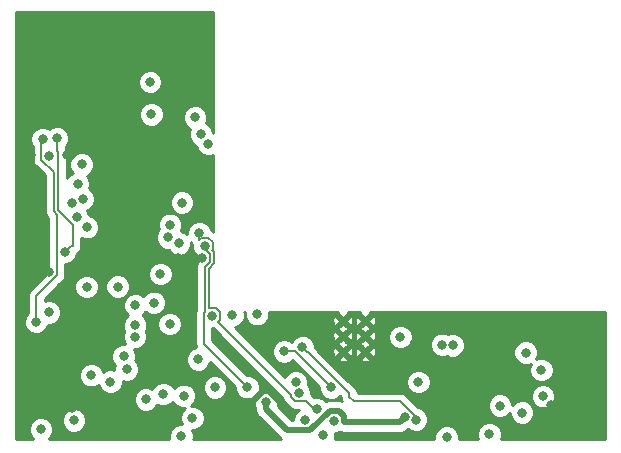
<source format=gbr>
G04 #@! TF.GenerationSoftware,KiCad,Pcbnew,(5.0.1)-3*
G04 #@! TF.CreationDate,2019-11-22T16:36:38-05:00*
G04 #@! TF.ProjectId,SmartWatch,536D61727457617463682E6B69636164,rev?*
G04 #@! TF.SameCoordinates,Original*
G04 #@! TF.FileFunction,Copper,L3,Inr,Signal*
G04 #@! TF.FilePolarity,Positive*
%FSLAX46Y46*%
G04 Gerber Fmt 4.6, Leading zero omitted, Abs format (unit mm)*
G04 Created by KiCad (PCBNEW (5.0.1)-3) date 11/22/2019 4:36:38 PM*
%MOMM*%
%LPD*%
G01*
G04 APERTURE LIST*
G04 #@! TA.AperFunction,ViaPad*
%ADD10C,0.500000*%
G04 #@! TD*
G04 #@! TA.AperFunction,ViaPad*
%ADD11C,0.800000*%
G04 #@! TD*
G04 #@! TA.AperFunction,Conductor*
%ADD12C,0.500000*%
G04 #@! TD*
G04 #@! TA.AperFunction,Conductor*
%ADD13C,0.150000*%
G04 #@! TD*
G04 #@! TA.AperFunction,Conductor*
%ADD14C,0.254000*%
G04 #@! TD*
G04 APERTURE END LIST*
D10*
G04 #@! TO.N,GND*
G04 #@! TO.C,U1*
X215178600Y-108234000D03*
X213268600Y-108234000D03*
X215178600Y-106934000D03*
X213268600Y-106934000D03*
X215178600Y-105634000D03*
X213268600Y-105634000D03*
G04 #@! TD*
D11*
G04 #@! TO.N,BAT+*
X198602600Y-105887520D03*
G04 #@! TO.N,GND*
X197205600Y-95199200D03*
X197205600Y-93675200D03*
X197205600Y-92354400D03*
X230880998Y-112776000D03*
X230632000Y-114960400D03*
X225806000Y-106730800D03*
X225806000Y-105562400D03*
X225806000Y-107950000D03*
X199339200Y-100279200D03*
X200355200Y-100279200D03*
X201335200Y-100279200D03*
X209854800Y-106273600D03*
X208838800Y-106288800D03*
X219659200Y-112318800D03*
X208635600Y-113233200D03*
X192176400Y-106426000D03*
X190347600Y-112979200D03*
X192278000Y-114096800D03*
X186842400Y-91541600D03*
X189941200Y-91592400D03*
X194287041Y-87951641D03*
X191516000Y-85242400D03*
X221691200Y-106070400D03*
X222554800Y-106070400D03*
X199034400Y-107238800D03*
X188366400Y-101447600D03*
X186436000Y-99314000D03*
X205282800Y-113792000D03*
G04 #@! TO.N,Net-(C7-Pad1)*
X202438000Y-111252000D03*
G04 #@! TO.N,SW2*
X228447600Y-113385600D03*
X202174990Y-105224002D03*
X209850756Y-107854960D03*
X203911200Y-105156000D03*
X219472978Y-113979963D03*
G04 #@! TO.N,SW0*
X209296000Y-110794800D03*
X201559800Y-99304748D03*
X205181200Y-111244808D03*
G04 #@! TO.N,SW1*
X219659200Y-110794800D03*
X201117200Y-98196400D03*
X211048600Y-113111280D03*
G04 #@! TO.N,/LCD_CS*
X199644000Y-95605600D03*
G04 #@! TO.N,/LCD_SCK*
X199390000Y-99060000D03*
G04 #@! TO.N,/LCD_SDA*
X198454200Y-98552000D03*
G04 #@! TO.N,/LCD_RST*
X191159414Y-92383588D03*
G04 #@! TO.N,/LCD_A0*
X190754000Y-96843998D03*
G04 #@! TO.N,/LCD_LED*
X194208400Y-102717600D03*
G04 #@! TO.N,UV_LO*
X218135200Y-106984800D03*
X205994000Y-105054400D03*
G04 #@! TO.N,VUSB*
X201015600Y-108894789D03*
G04 #@! TO.N,+3V3*
X218490800Y-113792000D03*
X226568000Y-112789810D03*
X194716400Y-108610400D03*
X197256400Y-104089200D03*
X197815200Y-101650800D03*
X198628000Y-97485200D03*
X188417200Y-91643200D03*
X191608398Y-97688400D03*
X196951600Y-85394800D03*
X200761600Y-88392000D03*
X191262000Y-95300800D03*
X221691200Y-107645200D03*
X222554800Y-107696000D03*
X206756000Y-112522000D03*
X196596000Y-112268000D03*
G04 #@! TO.N,Net-(R19-Pad2)*
X198069200Y-111810800D03*
G04 #@! TO.N,Net-(C6-Pad1)*
X193592000Y-110768000D03*
G04 #@! TO.N,Net-(D3-Pad1)*
X230075572Y-109786010D03*
G04 #@! TO.N,Net-(D4-Pad1)*
X230209762Y-112002571D03*
G04 #@! TO.N,Net-(D1-Pad1)*
X228752400Y-108305600D03*
G04 #@! TO.N,/ESP32 Pico D4/USB_DP*
X225679000Y-115214400D03*
X195681600Y-105984797D03*
X212511998Y-114071400D03*
G04 #@! TO.N,/ESP32 Pico D4/USB_DN*
X222056960Y-115496340D03*
X195681600Y-106984800D03*
X210088103Y-114050703D03*
G04 #@! TO.N,/ESP32 Pico D4/IO0*
X187299600Y-105730800D03*
X187858400Y-90220800D03*
X201880906Y-90629408D03*
G04 #@! TO.N,/ESP32 Pico D4/IO15*
X189077600Y-90170000D03*
X189738000Y-99771200D03*
X201269600Y-89838011D03*
G04 #@! TO.N,Net-(R3-Pad1)*
X194970400Y-109728000D03*
G04 #@! TO.N,Net-(R18-Pad1)*
X191976639Y-110219112D03*
G04 #@! TO.N,/ESP32 Pico D4/DTR*
X188366400Y-104902000D03*
X195681600Y-104317602D03*
X190500000Y-114046000D03*
X187706000Y-114808000D03*
X211582000Y-115316000D03*
X200533000Y-113842800D03*
G04 #@! TO.N,/ESP32 Pico D4/IO13*
X208286176Y-108217600D03*
X212293200Y-111252000D03*
G04 #@! TO.N,/ESP32 Pico D4/RTS*
X191583331Y-102745581D03*
X209550493Y-111761877D03*
G04 #@! TO.N,Net-(R22-Pad2)*
X197053200Y-88138000D03*
G04 #@! TO.N,Net-(C9-Pad1)*
X190804800Y-94030800D03*
G04 #@! TO.N,/ESP32 Pico D4/EN*
X199593200Y-115366800D03*
X199796400Y-111963200D03*
G04 #@! TO.N,/ESP32 Pico D4/LNA_IN*
X190333522Y-95672191D03*
G04 #@! TD*
D12*
G04 #@! TO.N,GND*
X205282800Y-113226315D02*
X205282800Y-113792000D01*
X205282800Y-112737198D02*
X205282800Y-113226315D01*
X206498758Y-111521240D02*
X205282800Y-112737198D01*
X208235601Y-112743599D02*
X207013242Y-111521240D01*
X207013242Y-111521240D02*
X206498758Y-111521240D01*
X208235601Y-112833201D02*
X208235601Y-112743599D01*
X208635600Y-113233200D02*
X208235601Y-112833201D01*
D13*
G04 #@! TO.N,SW2*
X214203280Y-112438180D02*
X213803281Y-112038181D01*
X213803281Y-112038181D02*
X213803281Y-111763079D01*
X213803281Y-111763079D02*
X210295161Y-108254959D01*
X210295161Y-108254959D02*
X210250755Y-108254959D01*
X210250755Y-108254959D02*
X209850756Y-107854960D01*
X219472978Y-113978785D02*
X219472978Y-113979963D01*
X218135982Y-112438180D02*
X219476770Y-113778968D01*
X214203280Y-112438180D02*
X218135982Y-112438180D01*
X219476770Y-113778968D02*
X219476770Y-113965212D01*
X219476770Y-113965212D02*
X219475131Y-113966851D01*
X219475131Y-113966851D02*
X219475131Y-113976632D01*
X219475131Y-113976632D02*
X219472978Y-113978785D01*
G04 #@! TO.N,SW0*
X201499989Y-107563597D02*
X205181200Y-111244808D01*
X201499989Y-104900001D02*
X201499989Y-107563597D01*
X201559800Y-104840190D02*
X201499989Y-104900001D01*
X201559800Y-100954201D02*
X201559800Y-104840190D01*
X201559800Y-99604199D02*
X201659201Y-99604199D01*
X201559800Y-99304748D02*
X201559800Y-99604199D01*
X201659201Y-99604199D02*
X202010201Y-99955199D01*
X202010201Y-99955199D02*
X202010201Y-100603201D01*
X202010201Y-100603201D02*
X201659201Y-100954201D01*
X201659201Y-100954201D02*
X201559800Y-100954201D01*
G04 #@! TO.N,SW1*
X209226492Y-112436878D02*
X210176078Y-112436878D01*
X202234801Y-99628749D02*
X202206770Y-99656780D01*
X202234801Y-98980747D02*
X202234801Y-99628749D01*
X201883801Y-98629747D02*
X202234801Y-98980747D01*
X201235799Y-98629747D02*
X201883801Y-98629747D01*
X208875492Y-112085878D02*
X209226492Y-112436878D01*
X201117200Y-98196400D02*
X201117200Y-98748346D01*
X201117200Y-98748346D02*
X201235799Y-98629747D01*
X202206770Y-99656780D02*
X202360211Y-99810221D01*
X202360211Y-99810221D02*
X202360211Y-100748179D01*
X202498991Y-104549001D02*
X202849991Y-104900001D01*
X202849991Y-105548003D02*
X202687597Y-105710397D01*
X210176078Y-112436878D02*
X210921600Y-113182400D01*
X202360211Y-100748179D02*
X201909810Y-101198580D01*
X201909810Y-101198580D02*
X201909810Y-104549001D01*
X201909810Y-104549001D02*
X202498991Y-104549001D01*
X202849991Y-104900001D02*
X202849991Y-105548003D01*
X202687597Y-105710397D02*
X208875492Y-111898292D01*
X208875492Y-111898292D02*
X208875492Y-112085878D01*
D12*
G04 #@! TO.N,+3V3*
X208569019Y-114900704D02*
X206756000Y-113087685D01*
X212152601Y-113221399D02*
X210473296Y-114900704D01*
X206756000Y-113087685D02*
X206756000Y-112522000D01*
X212919999Y-113221399D02*
X212152601Y-113221399D01*
X213361999Y-113663399D02*
X212919999Y-113221399D01*
X210473296Y-114900704D02*
X208569019Y-114900704D01*
X213361999Y-114191999D02*
X213361999Y-113663399D01*
X218090801Y-114191999D02*
X213361999Y-114191999D01*
X218490800Y-113792000D02*
X218090801Y-114191999D01*
D13*
G04 #@! TO.N,/ESP32 Pico D4/IO0*
X189041401Y-96625389D02*
X188772800Y-96356788D01*
X189041401Y-101771601D02*
X189041401Y-96625389D01*
X187299600Y-105730800D02*
X187299600Y-103513402D01*
X187299600Y-103513402D02*
X189041401Y-101771601D01*
X187742199Y-91967201D02*
X187742199Y-90337001D01*
X188772800Y-96356788D02*
X188772800Y-92997802D01*
X188772800Y-92997802D02*
X187742199Y-91967201D01*
X187742199Y-90337001D02*
X187858400Y-90220800D01*
G04 #@! TO.N,/ESP32 Pico D4/IO15*
X190398400Y-97487400D02*
X189179200Y-96268200D01*
X190398400Y-99263200D02*
X190398400Y-97487400D01*
X189179200Y-91355398D02*
X189077600Y-91253798D01*
X189179200Y-96268200D02*
X189179200Y-91355398D01*
X189077600Y-91253798D02*
X189077600Y-90170000D01*
X189077600Y-90170000D02*
X189077600Y-90170000D01*
X190398400Y-99263200D02*
X190246000Y-99263200D01*
X190246000Y-99263200D02*
X189738000Y-99771200D01*
G04 #@! TO.N,/ESP32 Pico D4/IO13*
X208286176Y-108217600D02*
X209258800Y-108217600D01*
X209258800Y-108217600D02*
X212293200Y-111252000D01*
G04 #@! TD*
D14*
G04 #@! TO.N,GND*
G36*
X204959000Y-105260274D02*
X205116569Y-105640680D01*
X205407720Y-105931831D01*
X205788126Y-106089400D01*
X206199874Y-106089400D01*
X206580280Y-105931831D01*
X206871431Y-105640680D01*
X206910263Y-105546930D01*
X212370472Y-105546930D01*
X212405517Y-105897257D01*
X212472158Y-106058140D01*
X212661898Y-106063925D01*
X213091823Y-105634000D01*
X213445377Y-105634000D01*
X213875302Y-106063925D01*
X214065042Y-106058140D01*
X214166728Y-105721070D01*
X214149308Y-105546930D01*
X214280472Y-105546930D01*
X214315517Y-105897257D01*
X214382158Y-106058140D01*
X214571898Y-106063925D01*
X215001823Y-105634000D01*
X215355377Y-105634000D01*
X215785302Y-106063925D01*
X215975042Y-106058140D01*
X216076728Y-105721070D01*
X216041683Y-105370743D01*
X215975042Y-105209860D01*
X215785302Y-105204075D01*
X215355377Y-105634000D01*
X215001823Y-105634000D01*
X214571898Y-105204075D01*
X214382158Y-105209860D01*
X214280472Y-105546930D01*
X214149308Y-105546930D01*
X214131683Y-105370743D01*
X214065042Y-105209860D01*
X213875302Y-105204075D01*
X213445377Y-105634000D01*
X213091823Y-105634000D01*
X212661898Y-105204075D01*
X212472158Y-105209860D01*
X212370472Y-105546930D01*
X206910263Y-105546930D01*
X207029000Y-105260274D01*
X207029000Y-104850000D01*
X212844081Y-104850000D01*
X212838675Y-105027298D01*
X213268600Y-105457223D01*
X213698525Y-105027298D01*
X213693119Y-104850000D01*
X214754081Y-104850000D01*
X214748675Y-105027298D01*
X215178600Y-105457223D01*
X215608525Y-105027298D01*
X215603119Y-104850000D01*
X235485000Y-104850000D01*
X235485001Y-115622000D01*
X226630443Y-115622000D01*
X226714000Y-115420274D01*
X226714000Y-115008526D01*
X226556431Y-114628120D01*
X226265280Y-114336969D01*
X225884874Y-114179400D01*
X225473126Y-114179400D01*
X225092720Y-114336969D01*
X224801569Y-114628120D01*
X224644000Y-115008526D01*
X224644000Y-115420274D01*
X224727557Y-115622000D01*
X223091960Y-115622000D01*
X223091960Y-115290466D01*
X222934391Y-114910060D01*
X222643240Y-114618909D01*
X222262834Y-114461340D01*
X221851086Y-114461340D01*
X221470680Y-114618909D01*
X221179529Y-114910060D01*
X221021960Y-115290466D01*
X221021960Y-115622000D01*
X212575527Y-115622000D01*
X212617000Y-115521874D01*
X212617000Y-115110126D01*
X212615457Y-115106400D01*
X212717872Y-115106400D01*
X212976939Y-114999091D01*
X213016689Y-115025651D01*
X213361999Y-115094337D01*
X213449163Y-115076999D01*
X218003640Y-115076999D01*
X218090801Y-115094336D01*
X218177962Y-115076999D01*
X218177966Y-115076999D01*
X218436111Y-115025651D01*
X218728850Y-114830048D01*
X218743979Y-114807406D01*
X218809550Y-114780246D01*
X218886698Y-114857394D01*
X219267104Y-115014963D01*
X219678852Y-115014963D01*
X220059258Y-114857394D01*
X220350409Y-114566243D01*
X220507978Y-114185837D01*
X220507978Y-113774089D01*
X220350409Y-113393683D01*
X220059258Y-113102532D01*
X219678852Y-112944963D01*
X219646856Y-112944963D01*
X219285829Y-112583936D01*
X225533000Y-112583936D01*
X225533000Y-112995684D01*
X225690569Y-113376090D01*
X225981720Y-113667241D01*
X226362126Y-113824810D01*
X226773874Y-113824810D01*
X227154280Y-113667241D01*
X227412600Y-113408921D01*
X227412600Y-113591474D01*
X227570169Y-113971880D01*
X227861320Y-114263031D01*
X228241726Y-114420600D01*
X228653474Y-114420600D01*
X229033880Y-114263031D01*
X229325031Y-113971880D01*
X229482600Y-113591474D01*
X229482600Y-113179726D01*
X229325031Y-112799320D01*
X229033880Y-112508169D01*
X228653474Y-112350600D01*
X228241726Y-112350600D01*
X227861320Y-112508169D01*
X227603000Y-112766489D01*
X227603000Y-112583936D01*
X227445431Y-112203530D01*
X227154280Y-111912379D01*
X226874999Y-111796697D01*
X229174762Y-111796697D01*
X229174762Y-112208445D01*
X229332331Y-112588851D01*
X229623482Y-112880002D01*
X230003888Y-113037571D01*
X230415636Y-113037571D01*
X230796042Y-112880002D01*
X231087193Y-112588851D01*
X231244762Y-112208445D01*
X231244762Y-111796697D01*
X231087193Y-111416291D01*
X230796042Y-111125140D01*
X230415636Y-110967571D01*
X230003888Y-110967571D01*
X229623482Y-111125140D01*
X229332331Y-111416291D01*
X229174762Y-111796697D01*
X226874999Y-111796697D01*
X226773874Y-111754810D01*
X226362126Y-111754810D01*
X225981720Y-111912379D01*
X225690569Y-112203530D01*
X225533000Y-112583936D01*
X219285829Y-112583936D01*
X218687476Y-111985584D01*
X218647863Y-111926299D01*
X218413010Y-111769375D01*
X218205908Y-111728180D01*
X218205906Y-111728180D01*
X218135982Y-111714271D01*
X218066058Y-111728180D01*
X214520248Y-111728180D01*
X214472086Y-111486050D01*
X214354772Y-111310478D01*
X214354771Y-111310477D01*
X214315162Y-111251198D01*
X214255883Y-111211589D01*
X213633220Y-110588926D01*
X218624200Y-110588926D01*
X218624200Y-111000674D01*
X218781769Y-111381080D01*
X219072920Y-111672231D01*
X219453326Y-111829800D01*
X219865074Y-111829800D01*
X220245480Y-111672231D01*
X220536631Y-111381080D01*
X220694200Y-111000674D01*
X220694200Y-110588926D01*
X220536631Y-110208520D01*
X220245480Y-109917369D01*
X219865074Y-109759800D01*
X219453326Y-109759800D01*
X219072920Y-109917369D01*
X218781769Y-110208520D01*
X218624200Y-110588926D01*
X213633220Y-110588926D01*
X211884996Y-108840702D01*
X212838675Y-108840702D01*
X212844460Y-109030442D01*
X213181530Y-109132128D01*
X213531857Y-109097083D01*
X213692740Y-109030442D01*
X213698525Y-108840702D01*
X214748675Y-108840702D01*
X214754460Y-109030442D01*
X215091530Y-109132128D01*
X215441857Y-109097083D01*
X215602740Y-109030442D01*
X215608525Y-108840702D01*
X215178600Y-108410777D01*
X214748675Y-108840702D01*
X213698525Y-108840702D01*
X213268600Y-108410777D01*
X212838675Y-108840702D01*
X211884996Y-108840702D01*
X211191223Y-108146930D01*
X212370472Y-108146930D01*
X212405517Y-108497257D01*
X212472158Y-108658140D01*
X212661898Y-108663925D01*
X213091823Y-108234000D01*
X213445377Y-108234000D01*
X213875302Y-108663925D01*
X214065042Y-108658140D01*
X214166728Y-108321070D01*
X214149308Y-108146930D01*
X214280472Y-108146930D01*
X214315517Y-108497257D01*
X214382158Y-108658140D01*
X214571898Y-108663925D01*
X215001823Y-108234000D01*
X215355377Y-108234000D01*
X215785302Y-108663925D01*
X215975042Y-108658140D01*
X216076728Y-108321070D01*
X216041683Y-107970743D01*
X215975042Y-107809860D01*
X215785302Y-107804075D01*
X215355377Y-108234000D01*
X215001823Y-108234000D01*
X214571898Y-107804075D01*
X214382158Y-107809860D01*
X214280472Y-108146930D01*
X214149308Y-108146930D01*
X214131683Y-107970743D01*
X214065042Y-107809860D01*
X213875302Y-107804075D01*
X213445377Y-108234000D01*
X213091823Y-108234000D01*
X212661898Y-107804075D01*
X212472158Y-107809860D01*
X212370472Y-108146930D01*
X211191223Y-108146930D01*
X210885756Y-107841464D01*
X210885756Y-107649086D01*
X210840862Y-107540702D01*
X212838675Y-107540702D01*
X212839995Y-107584000D01*
X212838675Y-107627298D01*
X212841398Y-107630021D01*
X212844460Y-107730442D01*
X212983878Y-107772501D01*
X213268600Y-108057223D01*
X213528394Y-107797429D01*
X213531857Y-107797083D01*
X213692740Y-107730442D01*
X213695802Y-107630021D01*
X213698525Y-107627298D01*
X213697205Y-107584000D01*
X213698525Y-107540702D01*
X214748675Y-107540702D01*
X214749995Y-107584000D01*
X214748675Y-107627298D01*
X214751398Y-107630021D01*
X214754460Y-107730442D01*
X214893878Y-107772501D01*
X215178600Y-108057223D01*
X215438394Y-107797429D01*
X215441857Y-107797083D01*
X215602740Y-107730442D01*
X215605802Y-107630021D01*
X215608525Y-107627298D01*
X215607205Y-107584000D01*
X215608525Y-107540702D01*
X215605802Y-107537979D01*
X215602740Y-107437558D01*
X215463322Y-107395499D01*
X215178600Y-107110777D01*
X214918806Y-107370571D01*
X214915343Y-107370917D01*
X214754460Y-107437558D01*
X214751398Y-107537979D01*
X214748675Y-107540702D01*
X213698525Y-107540702D01*
X213695802Y-107537979D01*
X213692740Y-107437558D01*
X213553322Y-107395499D01*
X213268600Y-107110777D01*
X213008806Y-107370571D01*
X213005343Y-107370917D01*
X212844460Y-107437558D01*
X212841398Y-107537979D01*
X212838675Y-107540702D01*
X210840862Y-107540702D01*
X210728187Y-107268680D01*
X210437036Y-106977529D01*
X210121742Y-106846930D01*
X212370472Y-106846930D01*
X212405517Y-107197257D01*
X212472158Y-107358140D01*
X212661898Y-107363925D01*
X213091823Y-106934000D01*
X213445377Y-106934000D01*
X213875302Y-107363925D01*
X214065042Y-107358140D01*
X214166728Y-107021070D01*
X214149308Y-106846930D01*
X214280472Y-106846930D01*
X214315517Y-107197257D01*
X214382158Y-107358140D01*
X214571898Y-107363925D01*
X215001823Y-106934000D01*
X215355377Y-106934000D01*
X215785302Y-107363925D01*
X215975042Y-107358140D01*
X216076728Y-107021070D01*
X216052506Y-106778926D01*
X217100200Y-106778926D01*
X217100200Y-107190674D01*
X217257769Y-107571080D01*
X217548920Y-107862231D01*
X217929326Y-108019800D01*
X218341074Y-108019800D01*
X218721480Y-107862231D01*
X219012631Y-107571080D01*
X219067205Y-107439326D01*
X220656200Y-107439326D01*
X220656200Y-107851074D01*
X220813769Y-108231480D01*
X221104920Y-108522631D01*
X221485326Y-108680200D01*
X221897074Y-108680200D01*
X222061679Y-108612019D01*
X222348926Y-108731000D01*
X222760674Y-108731000D01*
X223141080Y-108573431D01*
X223432231Y-108282280D01*
X223507847Y-108099726D01*
X227717400Y-108099726D01*
X227717400Y-108511474D01*
X227874969Y-108891880D01*
X228166120Y-109183031D01*
X228546526Y-109340600D01*
X228958274Y-109340600D01*
X229177384Y-109249842D01*
X229040572Y-109580136D01*
X229040572Y-109991884D01*
X229198141Y-110372290D01*
X229489292Y-110663441D01*
X229869698Y-110821010D01*
X230281446Y-110821010D01*
X230661852Y-110663441D01*
X230953003Y-110372290D01*
X231110572Y-109991884D01*
X231110572Y-109580136D01*
X230953003Y-109199730D01*
X230661852Y-108908579D01*
X230281446Y-108751010D01*
X229869698Y-108751010D01*
X229650588Y-108841768D01*
X229787400Y-108511474D01*
X229787400Y-108099726D01*
X229629831Y-107719320D01*
X229338680Y-107428169D01*
X228958274Y-107270600D01*
X228546526Y-107270600D01*
X228166120Y-107428169D01*
X227874969Y-107719320D01*
X227717400Y-108099726D01*
X223507847Y-108099726D01*
X223589800Y-107901874D01*
X223589800Y-107490126D01*
X223432231Y-107109720D01*
X223141080Y-106818569D01*
X222760674Y-106661000D01*
X222348926Y-106661000D01*
X222184321Y-106729181D01*
X221897074Y-106610200D01*
X221485326Y-106610200D01*
X221104920Y-106767769D01*
X220813769Y-107058920D01*
X220656200Y-107439326D01*
X219067205Y-107439326D01*
X219170200Y-107190674D01*
X219170200Y-106778926D01*
X219012631Y-106398520D01*
X218721480Y-106107369D01*
X218341074Y-105949800D01*
X217929326Y-105949800D01*
X217548920Y-106107369D01*
X217257769Y-106398520D01*
X217100200Y-106778926D01*
X216052506Y-106778926D01*
X216041683Y-106670743D01*
X215975042Y-106509860D01*
X215785302Y-106504075D01*
X215355377Y-106934000D01*
X215001823Y-106934000D01*
X214571898Y-106504075D01*
X214382158Y-106509860D01*
X214280472Y-106846930D01*
X214149308Y-106846930D01*
X214131683Y-106670743D01*
X214065042Y-106509860D01*
X213875302Y-106504075D01*
X213445377Y-106934000D01*
X213091823Y-106934000D01*
X212661898Y-106504075D01*
X212472158Y-106509860D01*
X212370472Y-106846930D01*
X210121742Y-106846930D01*
X210056630Y-106819960D01*
X209644882Y-106819960D01*
X209264476Y-106977529D01*
X208973325Y-107268680D01*
X208922843Y-107390556D01*
X208872456Y-107340169D01*
X208492050Y-107182600D01*
X208080302Y-107182600D01*
X207699896Y-107340169D01*
X207408745Y-107631320D01*
X207251176Y-108011726D01*
X207251176Y-108423474D01*
X207408745Y-108803880D01*
X207699896Y-109095031D01*
X208080302Y-109252600D01*
X208492050Y-109252600D01*
X208872456Y-109095031D01*
X209002298Y-108965189D01*
X211258200Y-111221092D01*
X211258200Y-111457874D01*
X211415769Y-111838280D01*
X211706920Y-112129431D01*
X212087326Y-112287000D01*
X212499074Y-112287000D01*
X212879480Y-112129431D01*
X213022511Y-111986400D01*
X213080634Y-112044523D01*
X213093281Y-112108105D01*
X213093281Y-112108106D01*
X213134476Y-112315208D01*
X213170320Y-112368853D01*
X213007164Y-112336399D01*
X213007160Y-112336399D01*
X212919999Y-112319062D01*
X212832838Y-112336399D01*
X212239762Y-112336399D01*
X212152601Y-112319062D01*
X212065440Y-112336399D01*
X212065436Y-112336399D01*
X211807291Y-112387747D01*
X211796193Y-112395162D01*
X211634880Y-112233849D01*
X211254474Y-112076280D01*
X210842726Y-112076280D01*
X210826352Y-112083062D01*
X210727572Y-111984282D01*
X210687959Y-111924997D01*
X210585493Y-111856531D01*
X210585493Y-111556003D01*
X210427924Y-111175597D01*
X210308155Y-111055828D01*
X210331000Y-111000674D01*
X210331000Y-110588926D01*
X210173431Y-110208520D01*
X209882280Y-109917369D01*
X209501874Y-109759800D01*
X209090126Y-109759800D01*
X208709720Y-109917369D01*
X208418569Y-110208520D01*
X208351567Y-110370277D01*
X204221992Y-106240702D01*
X212838675Y-106240702D01*
X212839995Y-106284000D01*
X212838675Y-106327298D01*
X212841398Y-106330021D01*
X212844460Y-106430442D01*
X212983878Y-106472501D01*
X213268600Y-106757223D01*
X213528394Y-106497429D01*
X213531857Y-106497083D01*
X213692740Y-106430442D01*
X213695802Y-106330021D01*
X213698525Y-106327298D01*
X213697205Y-106284000D01*
X213698525Y-106240702D01*
X214748675Y-106240702D01*
X214749995Y-106284000D01*
X214748675Y-106327298D01*
X214751398Y-106330021D01*
X214754460Y-106430442D01*
X214893878Y-106472501D01*
X215178600Y-106757223D01*
X215438394Y-106497429D01*
X215441857Y-106497083D01*
X215602740Y-106430442D01*
X215605802Y-106330021D01*
X215608525Y-106327298D01*
X215607205Y-106284000D01*
X215608525Y-106240702D01*
X215605802Y-106237979D01*
X215602740Y-106137558D01*
X215463322Y-106095499D01*
X215178600Y-105810777D01*
X214918806Y-106070571D01*
X214915343Y-106070917D01*
X214754460Y-106137558D01*
X214751398Y-106237979D01*
X214748675Y-106240702D01*
X213698525Y-106240702D01*
X213695802Y-106237979D01*
X213692740Y-106137558D01*
X213553322Y-106095499D01*
X213268600Y-105810777D01*
X213008806Y-106070571D01*
X213005343Y-106070917D01*
X212844460Y-106137558D01*
X212841398Y-106237979D01*
X212838675Y-106240702D01*
X204221992Y-106240702D01*
X204156118Y-106174828D01*
X204497480Y-106033431D01*
X204788631Y-105742280D01*
X204946200Y-105361874D01*
X204946200Y-104950126D01*
X204904727Y-104850000D01*
X204959000Y-104850000D01*
X204959000Y-105260274D01*
X204959000Y-105260274D01*
G37*
X204959000Y-105260274D02*
X205116569Y-105640680D01*
X205407720Y-105931831D01*
X205788126Y-106089400D01*
X206199874Y-106089400D01*
X206580280Y-105931831D01*
X206871431Y-105640680D01*
X206910263Y-105546930D01*
X212370472Y-105546930D01*
X212405517Y-105897257D01*
X212472158Y-106058140D01*
X212661898Y-106063925D01*
X213091823Y-105634000D01*
X213445377Y-105634000D01*
X213875302Y-106063925D01*
X214065042Y-106058140D01*
X214166728Y-105721070D01*
X214149308Y-105546930D01*
X214280472Y-105546930D01*
X214315517Y-105897257D01*
X214382158Y-106058140D01*
X214571898Y-106063925D01*
X215001823Y-105634000D01*
X215355377Y-105634000D01*
X215785302Y-106063925D01*
X215975042Y-106058140D01*
X216076728Y-105721070D01*
X216041683Y-105370743D01*
X215975042Y-105209860D01*
X215785302Y-105204075D01*
X215355377Y-105634000D01*
X215001823Y-105634000D01*
X214571898Y-105204075D01*
X214382158Y-105209860D01*
X214280472Y-105546930D01*
X214149308Y-105546930D01*
X214131683Y-105370743D01*
X214065042Y-105209860D01*
X213875302Y-105204075D01*
X213445377Y-105634000D01*
X213091823Y-105634000D01*
X212661898Y-105204075D01*
X212472158Y-105209860D01*
X212370472Y-105546930D01*
X206910263Y-105546930D01*
X207029000Y-105260274D01*
X207029000Y-104850000D01*
X212844081Y-104850000D01*
X212838675Y-105027298D01*
X213268600Y-105457223D01*
X213698525Y-105027298D01*
X213693119Y-104850000D01*
X214754081Y-104850000D01*
X214748675Y-105027298D01*
X215178600Y-105457223D01*
X215608525Y-105027298D01*
X215603119Y-104850000D01*
X235485000Y-104850000D01*
X235485001Y-115622000D01*
X226630443Y-115622000D01*
X226714000Y-115420274D01*
X226714000Y-115008526D01*
X226556431Y-114628120D01*
X226265280Y-114336969D01*
X225884874Y-114179400D01*
X225473126Y-114179400D01*
X225092720Y-114336969D01*
X224801569Y-114628120D01*
X224644000Y-115008526D01*
X224644000Y-115420274D01*
X224727557Y-115622000D01*
X223091960Y-115622000D01*
X223091960Y-115290466D01*
X222934391Y-114910060D01*
X222643240Y-114618909D01*
X222262834Y-114461340D01*
X221851086Y-114461340D01*
X221470680Y-114618909D01*
X221179529Y-114910060D01*
X221021960Y-115290466D01*
X221021960Y-115622000D01*
X212575527Y-115622000D01*
X212617000Y-115521874D01*
X212617000Y-115110126D01*
X212615457Y-115106400D01*
X212717872Y-115106400D01*
X212976939Y-114999091D01*
X213016689Y-115025651D01*
X213361999Y-115094337D01*
X213449163Y-115076999D01*
X218003640Y-115076999D01*
X218090801Y-115094336D01*
X218177962Y-115076999D01*
X218177966Y-115076999D01*
X218436111Y-115025651D01*
X218728850Y-114830048D01*
X218743979Y-114807406D01*
X218809550Y-114780246D01*
X218886698Y-114857394D01*
X219267104Y-115014963D01*
X219678852Y-115014963D01*
X220059258Y-114857394D01*
X220350409Y-114566243D01*
X220507978Y-114185837D01*
X220507978Y-113774089D01*
X220350409Y-113393683D01*
X220059258Y-113102532D01*
X219678852Y-112944963D01*
X219646856Y-112944963D01*
X219285829Y-112583936D01*
X225533000Y-112583936D01*
X225533000Y-112995684D01*
X225690569Y-113376090D01*
X225981720Y-113667241D01*
X226362126Y-113824810D01*
X226773874Y-113824810D01*
X227154280Y-113667241D01*
X227412600Y-113408921D01*
X227412600Y-113591474D01*
X227570169Y-113971880D01*
X227861320Y-114263031D01*
X228241726Y-114420600D01*
X228653474Y-114420600D01*
X229033880Y-114263031D01*
X229325031Y-113971880D01*
X229482600Y-113591474D01*
X229482600Y-113179726D01*
X229325031Y-112799320D01*
X229033880Y-112508169D01*
X228653474Y-112350600D01*
X228241726Y-112350600D01*
X227861320Y-112508169D01*
X227603000Y-112766489D01*
X227603000Y-112583936D01*
X227445431Y-112203530D01*
X227154280Y-111912379D01*
X226874999Y-111796697D01*
X229174762Y-111796697D01*
X229174762Y-112208445D01*
X229332331Y-112588851D01*
X229623482Y-112880002D01*
X230003888Y-113037571D01*
X230415636Y-113037571D01*
X230796042Y-112880002D01*
X231087193Y-112588851D01*
X231244762Y-112208445D01*
X231244762Y-111796697D01*
X231087193Y-111416291D01*
X230796042Y-111125140D01*
X230415636Y-110967571D01*
X230003888Y-110967571D01*
X229623482Y-111125140D01*
X229332331Y-111416291D01*
X229174762Y-111796697D01*
X226874999Y-111796697D01*
X226773874Y-111754810D01*
X226362126Y-111754810D01*
X225981720Y-111912379D01*
X225690569Y-112203530D01*
X225533000Y-112583936D01*
X219285829Y-112583936D01*
X218687476Y-111985584D01*
X218647863Y-111926299D01*
X218413010Y-111769375D01*
X218205908Y-111728180D01*
X218205906Y-111728180D01*
X218135982Y-111714271D01*
X218066058Y-111728180D01*
X214520248Y-111728180D01*
X214472086Y-111486050D01*
X214354772Y-111310478D01*
X214354771Y-111310477D01*
X214315162Y-111251198D01*
X214255883Y-111211589D01*
X213633220Y-110588926D01*
X218624200Y-110588926D01*
X218624200Y-111000674D01*
X218781769Y-111381080D01*
X219072920Y-111672231D01*
X219453326Y-111829800D01*
X219865074Y-111829800D01*
X220245480Y-111672231D01*
X220536631Y-111381080D01*
X220694200Y-111000674D01*
X220694200Y-110588926D01*
X220536631Y-110208520D01*
X220245480Y-109917369D01*
X219865074Y-109759800D01*
X219453326Y-109759800D01*
X219072920Y-109917369D01*
X218781769Y-110208520D01*
X218624200Y-110588926D01*
X213633220Y-110588926D01*
X211884996Y-108840702D01*
X212838675Y-108840702D01*
X212844460Y-109030442D01*
X213181530Y-109132128D01*
X213531857Y-109097083D01*
X213692740Y-109030442D01*
X213698525Y-108840702D01*
X214748675Y-108840702D01*
X214754460Y-109030442D01*
X215091530Y-109132128D01*
X215441857Y-109097083D01*
X215602740Y-109030442D01*
X215608525Y-108840702D01*
X215178600Y-108410777D01*
X214748675Y-108840702D01*
X213698525Y-108840702D01*
X213268600Y-108410777D01*
X212838675Y-108840702D01*
X211884996Y-108840702D01*
X211191223Y-108146930D01*
X212370472Y-108146930D01*
X212405517Y-108497257D01*
X212472158Y-108658140D01*
X212661898Y-108663925D01*
X213091823Y-108234000D01*
X213445377Y-108234000D01*
X213875302Y-108663925D01*
X214065042Y-108658140D01*
X214166728Y-108321070D01*
X214149308Y-108146930D01*
X214280472Y-108146930D01*
X214315517Y-108497257D01*
X214382158Y-108658140D01*
X214571898Y-108663925D01*
X215001823Y-108234000D01*
X215355377Y-108234000D01*
X215785302Y-108663925D01*
X215975042Y-108658140D01*
X216076728Y-108321070D01*
X216041683Y-107970743D01*
X215975042Y-107809860D01*
X215785302Y-107804075D01*
X215355377Y-108234000D01*
X215001823Y-108234000D01*
X214571898Y-107804075D01*
X214382158Y-107809860D01*
X214280472Y-108146930D01*
X214149308Y-108146930D01*
X214131683Y-107970743D01*
X214065042Y-107809860D01*
X213875302Y-107804075D01*
X213445377Y-108234000D01*
X213091823Y-108234000D01*
X212661898Y-107804075D01*
X212472158Y-107809860D01*
X212370472Y-108146930D01*
X211191223Y-108146930D01*
X210885756Y-107841464D01*
X210885756Y-107649086D01*
X210840862Y-107540702D01*
X212838675Y-107540702D01*
X212839995Y-107584000D01*
X212838675Y-107627298D01*
X212841398Y-107630021D01*
X212844460Y-107730442D01*
X212983878Y-107772501D01*
X213268600Y-108057223D01*
X213528394Y-107797429D01*
X213531857Y-107797083D01*
X213692740Y-107730442D01*
X213695802Y-107630021D01*
X213698525Y-107627298D01*
X213697205Y-107584000D01*
X213698525Y-107540702D01*
X214748675Y-107540702D01*
X214749995Y-107584000D01*
X214748675Y-107627298D01*
X214751398Y-107630021D01*
X214754460Y-107730442D01*
X214893878Y-107772501D01*
X215178600Y-108057223D01*
X215438394Y-107797429D01*
X215441857Y-107797083D01*
X215602740Y-107730442D01*
X215605802Y-107630021D01*
X215608525Y-107627298D01*
X215607205Y-107584000D01*
X215608525Y-107540702D01*
X215605802Y-107537979D01*
X215602740Y-107437558D01*
X215463322Y-107395499D01*
X215178600Y-107110777D01*
X214918806Y-107370571D01*
X214915343Y-107370917D01*
X214754460Y-107437558D01*
X214751398Y-107537979D01*
X214748675Y-107540702D01*
X213698525Y-107540702D01*
X213695802Y-107537979D01*
X213692740Y-107437558D01*
X213553322Y-107395499D01*
X213268600Y-107110777D01*
X213008806Y-107370571D01*
X213005343Y-107370917D01*
X212844460Y-107437558D01*
X212841398Y-107537979D01*
X212838675Y-107540702D01*
X210840862Y-107540702D01*
X210728187Y-107268680D01*
X210437036Y-106977529D01*
X210121742Y-106846930D01*
X212370472Y-106846930D01*
X212405517Y-107197257D01*
X212472158Y-107358140D01*
X212661898Y-107363925D01*
X213091823Y-106934000D01*
X213445377Y-106934000D01*
X213875302Y-107363925D01*
X214065042Y-107358140D01*
X214166728Y-107021070D01*
X214149308Y-106846930D01*
X214280472Y-106846930D01*
X214315517Y-107197257D01*
X214382158Y-107358140D01*
X214571898Y-107363925D01*
X215001823Y-106934000D01*
X215355377Y-106934000D01*
X215785302Y-107363925D01*
X215975042Y-107358140D01*
X216076728Y-107021070D01*
X216052506Y-106778926D01*
X217100200Y-106778926D01*
X217100200Y-107190674D01*
X217257769Y-107571080D01*
X217548920Y-107862231D01*
X217929326Y-108019800D01*
X218341074Y-108019800D01*
X218721480Y-107862231D01*
X219012631Y-107571080D01*
X219067205Y-107439326D01*
X220656200Y-107439326D01*
X220656200Y-107851074D01*
X220813769Y-108231480D01*
X221104920Y-108522631D01*
X221485326Y-108680200D01*
X221897074Y-108680200D01*
X222061679Y-108612019D01*
X222348926Y-108731000D01*
X222760674Y-108731000D01*
X223141080Y-108573431D01*
X223432231Y-108282280D01*
X223507847Y-108099726D01*
X227717400Y-108099726D01*
X227717400Y-108511474D01*
X227874969Y-108891880D01*
X228166120Y-109183031D01*
X228546526Y-109340600D01*
X228958274Y-109340600D01*
X229177384Y-109249842D01*
X229040572Y-109580136D01*
X229040572Y-109991884D01*
X229198141Y-110372290D01*
X229489292Y-110663441D01*
X229869698Y-110821010D01*
X230281446Y-110821010D01*
X230661852Y-110663441D01*
X230953003Y-110372290D01*
X231110572Y-109991884D01*
X231110572Y-109580136D01*
X230953003Y-109199730D01*
X230661852Y-108908579D01*
X230281446Y-108751010D01*
X229869698Y-108751010D01*
X229650588Y-108841768D01*
X229787400Y-108511474D01*
X229787400Y-108099726D01*
X229629831Y-107719320D01*
X229338680Y-107428169D01*
X228958274Y-107270600D01*
X228546526Y-107270600D01*
X228166120Y-107428169D01*
X227874969Y-107719320D01*
X227717400Y-108099726D01*
X223507847Y-108099726D01*
X223589800Y-107901874D01*
X223589800Y-107490126D01*
X223432231Y-107109720D01*
X223141080Y-106818569D01*
X222760674Y-106661000D01*
X222348926Y-106661000D01*
X222184321Y-106729181D01*
X221897074Y-106610200D01*
X221485326Y-106610200D01*
X221104920Y-106767769D01*
X220813769Y-107058920D01*
X220656200Y-107439326D01*
X219067205Y-107439326D01*
X219170200Y-107190674D01*
X219170200Y-106778926D01*
X219012631Y-106398520D01*
X218721480Y-106107369D01*
X218341074Y-105949800D01*
X217929326Y-105949800D01*
X217548920Y-106107369D01*
X217257769Y-106398520D01*
X217100200Y-106778926D01*
X216052506Y-106778926D01*
X216041683Y-106670743D01*
X215975042Y-106509860D01*
X215785302Y-106504075D01*
X215355377Y-106934000D01*
X215001823Y-106934000D01*
X214571898Y-106504075D01*
X214382158Y-106509860D01*
X214280472Y-106846930D01*
X214149308Y-106846930D01*
X214131683Y-106670743D01*
X214065042Y-106509860D01*
X213875302Y-106504075D01*
X213445377Y-106934000D01*
X213091823Y-106934000D01*
X212661898Y-106504075D01*
X212472158Y-106509860D01*
X212370472Y-106846930D01*
X210121742Y-106846930D01*
X210056630Y-106819960D01*
X209644882Y-106819960D01*
X209264476Y-106977529D01*
X208973325Y-107268680D01*
X208922843Y-107390556D01*
X208872456Y-107340169D01*
X208492050Y-107182600D01*
X208080302Y-107182600D01*
X207699896Y-107340169D01*
X207408745Y-107631320D01*
X207251176Y-108011726D01*
X207251176Y-108423474D01*
X207408745Y-108803880D01*
X207699896Y-109095031D01*
X208080302Y-109252600D01*
X208492050Y-109252600D01*
X208872456Y-109095031D01*
X209002298Y-108965189D01*
X211258200Y-111221092D01*
X211258200Y-111457874D01*
X211415769Y-111838280D01*
X211706920Y-112129431D01*
X212087326Y-112287000D01*
X212499074Y-112287000D01*
X212879480Y-112129431D01*
X213022511Y-111986400D01*
X213080634Y-112044523D01*
X213093281Y-112108105D01*
X213093281Y-112108106D01*
X213134476Y-112315208D01*
X213170320Y-112368853D01*
X213007164Y-112336399D01*
X213007160Y-112336399D01*
X212919999Y-112319062D01*
X212832838Y-112336399D01*
X212239762Y-112336399D01*
X212152601Y-112319062D01*
X212065440Y-112336399D01*
X212065436Y-112336399D01*
X211807291Y-112387747D01*
X211796193Y-112395162D01*
X211634880Y-112233849D01*
X211254474Y-112076280D01*
X210842726Y-112076280D01*
X210826352Y-112083062D01*
X210727572Y-111984282D01*
X210687959Y-111924997D01*
X210585493Y-111856531D01*
X210585493Y-111556003D01*
X210427924Y-111175597D01*
X210308155Y-111055828D01*
X210331000Y-111000674D01*
X210331000Y-110588926D01*
X210173431Y-110208520D01*
X209882280Y-109917369D01*
X209501874Y-109759800D01*
X209090126Y-109759800D01*
X208709720Y-109917369D01*
X208418569Y-110208520D01*
X208351567Y-110370277D01*
X204221992Y-106240702D01*
X212838675Y-106240702D01*
X212839995Y-106284000D01*
X212838675Y-106327298D01*
X212841398Y-106330021D01*
X212844460Y-106430442D01*
X212983878Y-106472501D01*
X213268600Y-106757223D01*
X213528394Y-106497429D01*
X213531857Y-106497083D01*
X213692740Y-106430442D01*
X213695802Y-106330021D01*
X213698525Y-106327298D01*
X213697205Y-106284000D01*
X213698525Y-106240702D01*
X214748675Y-106240702D01*
X214749995Y-106284000D01*
X214748675Y-106327298D01*
X214751398Y-106330021D01*
X214754460Y-106430442D01*
X214893878Y-106472501D01*
X215178600Y-106757223D01*
X215438394Y-106497429D01*
X215441857Y-106497083D01*
X215602740Y-106430442D01*
X215605802Y-106330021D01*
X215608525Y-106327298D01*
X215607205Y-106284000D01*
X215608525Y-106240702D01*
X215605802Y-106237979D01*
X215602740Y-106137558D01*
X215463322Y-106095499D01*
X215178600Y-105810777D01*
X214918806Y-106070571D01*
X214915343Y-106070917D01*
X214754460Y-106137558D01*
X214751398Y-106237979D01*
X214748675Y-106240702D01*
X213698525Y-106240702D01*
X213695802Y-106237979D01*
X213692740Y-106137558D01*
X213553322Y-106095499D01*
X213268600Y-105810777D01*
X213008806Y-106070571D01*
X213005343Y-106070917D01*
X212844460Y-106137558D01*
X212841398Y-106237979D01*
X212838675Y-106240702D01*
X204221992Y-106240702D01*
X204156118Y-106174828D01*
X204497480Y-106033431D01*
X204788631Y-105742280D01*
X204946200Y-105361874D01*
X204946200Y-104950126D01*
X204904727Y-104850000D01*
X204959000Y-104850000D01*
X204959000Y-105260274D01*
G36*
X202311000Y-89687283D02*
X202304600Y-89684632D01*
X202304600Y-89632137D01*
X202147031Y-89251731D01*
X201855880Y-88960580D01*
X201677046Y-88886505D01*
X201796600Y-88597874D01*
X201796600Y-88186126D01*
X201639031Y-87805720D01*
X201347880Y-87514569D01*
X200967474Y-87357000D01*
X200555726Y-87357000D01*
X200175320Y-87514569D01*
X199884169Y-87805720D01*
X199726600Y-88186126D01*
X199726600Y-88597874D01*
X199884169Y-88978280D01*
X200175320Y-89269431D01*
X200354154Y-89343506D01*
X200234600Y-89632137D01*
X200234600Y-90043885D01*
X200392169Y-90424291D01*
X200683320Y-90715442D01*
X200845906Y-90782787D01*
X200845906Y-90835282D01*
X201003475Y-91215688D01*
X201294626Y-91506839D01*
X201675032Y-91664408D01*
X202086780Y-91664408D01*
X202311000Y-91571533D01*
X202311000Y-98061283D01*
X202160829Y-97960942D01*
X202138071Y-97956415D01*
X201994631Y-97610120D01*
X201703480Y-97318969D01*
X201323074Y-97161400D01*
X200911326Y-97161400D01*
X200530920Y-97318969D01*
X200239769Y-97610120D01*
X200082200Y-97990526D01*
X200082200Y-98288489D01*
X199976280Y-98182569D01*
X199595874Y-98025000D01*
X199524684Y-98025000D01*
X199663000Y-97691074D01*
X199663000Y-97279326D01*
X199505431Y-96898920D01*
X199214280Y-96607769D01*
X198833874Y-96450200D01*
X198422126Y-96450200D01*
X198041720Y-96607769D01*
X197750569Y-96898920D01*
X197593000Y-97279326D01*
X197593000Y-97691074D01*
X197668688Y-97873801D01*
X197576769Y-97965720D01*
X197419200Y-98346126D01*
X197419200Y-98757874D01*
X197576769Y-99138280D01*
X197867920Y-99429431D01*
X198248326Y-99587000D01*
X198488014Y-99587000D01*
X198512569Y-99646280D01*
X198803720Y-99937431D01*
X199184126Y-100095000D01*
X199595874Y-100095000D01*
X199976280Y-99937431D01*
X200267431Y-99646280D01*
X200425000Y-99265874D01*
X200425000Y-98967911D01*
X200439936Y-98982847D01*
X200448395Y-99025374D01*
X200524800Y-99139721D01*
X200524800Y-99510622D01*
X200682369Y-99891028D01*
X200973520Y-100182179D01*
X201259787Y-100300754D01*
X201047919Y-100442320D01*
X200890995Y-100677173D01*
X200835891Y-100954201D01*
X200849800Y-101024127D01*
X200849801Y-104595112D01*
X200831184Y-104622974D01*
X200794220Y-104808805D01*
X200776080Y-104900001D01*
X200789989Y-104969926D01*
X200789990Y-107493668D01*
X200776080Y-107563597D01*
X200811782Y-107743079D01*
X200831185Y-107840625D01*
X200843990Y-107859789D01*
X200809726Y-107859789D01*
X200429320Y-108017358D01*
X200138169Y-108308509D01*
X199980600Y-108688915D01*
X199980600Y-109100663D01*
X200138169Y-109481069D01*
X200429320Y-109772220D01*
X200809726Y-109929789D01*
X201221474Y-109929789D01*
X201601880Y-109772220D01*
X201893031Y-109481069D01*
X202045435Y-109113133D01*
X204146200Y-111213900D01*
X204146200Y-111450682D01*
X204303769Y-111831088D01*
X204594920Y-112122239D01*
X204975326Y-112279808D01*
X205387074Y-112279808D01*
X205767480Y-112122239D01*
X205825232Y-112064487D01*
X205721000Y-112316126D01*
X205721000Y-112727874D01*
X205858975Y-113060977D01*
X205853663Y-113087685D01*
X205871000Y-113174846D01*
X205871000Y-113174849D01*
X205922348Y-113432994D01*
X206117951Y-113725734D01*
X206191847Y-113775110D01*
X207881596Y-115464860D01*
X207930970Y-115538753D01*
X208004863Y-115588127D01*
X208004864Y-115588128D01*
X208055557Y-115622000D01*
X200607769Y-115622000D01*
X200628200Y-115572674D01*
X200628200Y-115160926D01*
X200510926Y-114877800D01*
X200738874Y-114877800D01*
X201119280Y-114720231D01*
X201410431Y-114429080D01*
X201568000Y-114048674D01*
X201568000Y-113636926D01*
X201410431Y-113256520D01*
X201119280Y-112965369D01*
X200738874Y-112807800D01*
X200415511Y-112807800D01*
X200673831Y-112549480D01*
X200831400Y-112169074D01*
X200831400Y-111757326D01*
X200673831Y-111376920D01*
X200382680Y-111085769D01*
X200286974Y-111046126D01*
X201403000Y-111046126D01*
X201403000Y-111457874D01*
X201560569Y-111838280D01*
X201851720Y-112129431D01*
X202232126Y-112287000D01*
X202643874Y-112287000D01*
X203024280Y-112129431D01*
X203315431Y-111838280D01*
X203473000Y-111457874D01*
X203473000Y-111046126D01*
X203315431Y-110665720D01*
X203024280Y-110374569D01*
X202643874Y-110217000D01*
X202232126Y-110217000D01*
X201851720Y-110374569D01*
X201560569Y-110665720D01*
X201403000Y-111046126D01*
X200286974Y-111046126D01*
X200002274Y-110928200D01*
X199590526Y-110928200D01*
X199210120Y-111085769D01*
X198983166Y-111312723D01*
X198946631Y-111224520D01*
X198655480Y-110933369D01*
X198275074Y-110775800D01*
X197863326Y-110775800D01*
X197482920Y-110933369D01*
X197191769Y-111224520D01*
X197131672Y-111369607D01*
X196801874Y-111233000D01*
X196390126Y-111233000D01*
X196009720Y-111390569D01*
X195718569Y-111681720D01*
X195561000Y-112062126D01*
X195561000Y-112473874D01*
X195718569Y-112854280D01*
X196009720Y-113145431D01*
X196390126Y-113303000D01*
X196801874Y-113303000D01*
X197182280Y-113145431D01*
X197473431Y-112854280D01*
X197533528Y-112709193D01*
X197863326Y-112845800D01*
X198275074Y-112845800D01*
X198655480Y-112688231D01*
X198882434Y-112461277D01*
X198918969Y-112549480D01*
X199210120Y-112840631D01*
X199590526Y-112998200D01*
X199913889Y-112998200D01*
X199655569Y-113256520D01*
X199498000Y-113636926D01*
X199498000Y-114048674D01*
X199615274Y-114331800D01*
X199387326Y-114331800D01*
X199006920Y-114489369D01*
X198715769Y-114780520D01*
X198558200Y-115160926D01*
X198558200Y-115572674D01*
X198578631Y-115622000D01*
X188355711Y-115622000D01*
X188583431Y-115394280D01*
X188741000Y-115013874D01*
X188741000Y-114602126D01*
X188583431Y-114221720D01*
X188292280Y-113930569D01*
X188073931Y-113840126D01*
X189465000Y-113840126D01*
X189465000Y-114251874D01*
X189622569Y-114632280D01*
X189913720Y-114923431D01*
X190294126Y-115081000D01*
X190705874Y-115081000D01*
X191086280Y-114923431D01*
X191377431Y-114632280D01*
X191535000Y-114251874D01*
X191535000Y-113840126D01*
X191377431Y-113459720D01*
X191086280Y-113168569D01*
X190705874Y-113011000D01*
X190294126Y-113011000D01*
X189913720Y-113168569D01*
X189622569Y-113459720D01*
X189465000Y-113840126D01*
X188073931Y-113840126D01*
X187911874Y-113773000D01*
X187500126Y-113773000D01*
X187119720Y-113930569D01*
X186828569Y-114221720D01*
X186671000Y-114602126D01*
X186671000Y-115013874D01*
X186828569Y-115394280D01*
X187056289Y-115622000D01*
X185622000Y-115622000D01*
X185622000Y-110013238D01*
X190941639Y-110013238D01*
X190941639Y-110424986D01*
X191099208Y-110805392D01*
X191390359Y-111096543D01*
X191770765Y-111254112D01*
X192182513Y-111254112D01*
X192562919Y-111096543D01*
X192594662Y-111064800D01*
X192714569Y-111354280D01*
X193005720Y-111645431D01*
X193386126Y-111803000D01*
X193797874Y-111803000D01*
X194178280Y-111645431D01*
X194469431Y-111354280D01*
X194627000Y-110973874D01*
X194627000Y-110706035D01*
X194764526Y-110763000D01*
X195176274Y-110763000D01*
X195556680Y-110605431D01*
X195847831Y-110314280D01*
X196005400Y-109933874D01*
X196005400Y-109522126D01*
X195847831Y-109141720D01*
X195684323Y-108978212D01*
X195751400Y-108816274D01*
X195751400Y-108404526D01*
X195593831Y-108024120D01*
X195589511Y-108019800D01*
X195887474Y-108019800D01*
X196267880Y-107862231D01*
X196559031Y-107571080D01*
X196716600Y-107190674D01*
X196716600Y-106778926D01*
X196594769Y-106484798D01*
X196716600Y-106190671D01*
X196716600Y-105778923D01*
X196676307Y-105681646D01*
X197567600Y-105681646D01*
X197567600Y-106093394D01*
X197725169Y-106473800D01*
X198016320Y-106764951D01*
X198396726Y-106922520D01*
X198808474Y-106922520D01*
X199188880Y-106764951D01*
X199480031Y-106473800D01*
X199637600Y-106093394D01*
X199637600Y-105681646D01*
X199480031Y-105301240D01*
X199188880Y-105010089D01*
X198808474Y-104852520D01*
X198396726Y-104852520D01*
X198016320Y-105010089D01*
X197725169Y-105301240D01*
X197567600Y-105681646D01*
X196676307Y-105681646D01*
X196559031Y-105398517D01*
X196311714Y-105151200D01*
X196559031Y-104903882D01*
X196573189Y-104869700D01*
X196670120Y-104966631D01*
X197050526Y-105124200D01*
X197462274Y-105124200D01*
X197842680Y-104966631D01*
X198133831Y-104675480D01*
X198291400Y-104295074D01*
X198291400Y-103883326D01*
X198133831Y-103502920D01*
X197842680Y-103211769D01*
X197462274Y-103054200D01*
X197050526Y-103054200D01*
X196670120Y-103211769D01*
X196378969Y-103502920D01*
X196364811Y-103537102D01*
X196267880Y-103440171D01*
X195887474Y-103282602D01*
X195475726Y-103282602D01*
X195095320Y-103440171D01*
X194804169Y-103731322D01*
X194646600Y-104111728D01*
X194646600Y-104523476D01*
X194804169Y-104903882D01*
X195051487Y-105151200D01*
X194804169Y-105398517D01*
X194646600Y-105778923D01*
X194646600Y-106190671D01*
X194768431Y-106484798D01*
X194646600Y-106778926D01*
X194646600Y-107190674D01*
X194804169Y-107571080D01*
X194808489Y-107575400D01*
X194510526Y-107575400D01*
X194130120Y-107732969D01*
X193838969Y-108024120D01*
X193681400Y-108404526D01*
X193681400Y-108816274D01*
X193838969Y-109196680D01*
X194002477Y-109360188D01*
X193935400Y-109522126D01*
X193935400Y-109789965D01*
X193797874Y-109733000D01*
X193386126Y-109733000D01*
X193005720Y-109890569D01*
X192973977Y-109922312D01*
X192854070Y-109632832D01*
X192562919Y-109341681D01*
X192182513Y-109184112D01*
X191770765Y-109184112D01*
X191390359Y-109341681D01*
X191099208Y-109632832D01*
X190941639Y-110013238D01*
X185622000Y-110013238D01*
X185622000Y-105524926D01*
X186264600Y-105524926D01*
X186264600Y-105936674D01*
X186422169Y-106317080D01*
X186713320Y-106608231D01*
X187093726Y-106765800D01*
X187505474Y-106765800D01*
X187885880Y-106608231D01*
X188177031Y-106317080D01*
X188334465Y-105937000D01*
X188572274Y-105937000D01*
X188952680Y-105779431D01*
X189243831Y-105488280D01*
X189401400Y-105107874D01*
X189401400Y-104696126D01*
X189243831Y-104315720D01*
X188952680Y-104024569D01*
X188572274Y-103867000D01*
X188160526Y-103867000D01*
X188009600Y-103929515D01*
X188009600Y-103807492D01*
X189277386Y-102539707D01*
X190548331Y-102539707D01*
X190548331Y-102951455D01*
X190705900Y-103331861D01*
X190997051Y-103623012D01*
X191377457Y-103780581D01*
X191789205Y-103780581D01*
X192169611Y-103623012D01*
X192460762Y-103331861D01*
X192618331Y-102951455D01*
X192618331Y-102539707D01*
X192606741Y-102511726D01*
X193173400Y-102511726D01*
X193173400Y-102923474D01*
X193330969Y-103303880D01*
X193622120Y-103595031D01*
X194002526Y-103752600D01*
X194414274Y-103752600D01*
X194794680Y-103595031D01*
X195085831Y-103303880D01*
X195243400Y-102923474D01*
X195243400Y-102511726D01*
X195085831Y-102131320D01*
X194794680Y-101840169D01*
X194414274Y-101682600D01*
X194002526Y-101682600D01*
X193622120Y-101840169D01*
X193330969Y-102131320D01*
X193173400Y-102511726D01*
X192606741Y-102511726D01*
X192460762Y-102159301D01*
X192169611Y-101868150D01*
X191789205Y-101710581D01*
X191377457Y-101710581D01*
X190997051Y-101868150D01*
X190705900Y-102159301D01*
X190548331Y-102539707D01*
X189277386Y-102539707D01*
X189494005Y-102323089D01*
X189553281Y-102283482D01*
X189592889Y-102224205D01*
X189592892Y-102224202D01*
X189710206Y-102048629D01*
X189765310Y-101771601D01*
X189751401Y-101701675D01*
X189751401Y-101444926D01*
X196780200Y-101444926D01*
X196780200Y-101856674D01*
X196937769Y-102237080D01*
X197228920Y-102528231D01*
X197609326Y-102685800D01*
X198021074Y-102685800D01*
X198401480Y-102528231D01*
X198692631Y-102237080D01*
X198850200Y-101856674D01*
X198850200Y-101444926D01*
X198692631Y-101064520D01*
X198401480Y-100773369D01*
X198021074Y-100615800D01*
X197609326Y-100615800D01*
X197228920Y-100773369D01*
X196937769Y-101064520D01*
X196780200Y-101444926D01*
X189751401Y-101444926D01*
X189751401Y-100806200D01*
X189943874Y-100806200D01*
X190324280Y-100648631D01*
X190615431Y-100357480D01*
X190773000Y-99977074D01*
X190773000Y-99866809D01*
X190910281Y-99775081D01*
X191067205Y-99540228D01*
X191086481Y-99443319D01*
X191108400Y-99333126D01*
X191108400Y-99333125D01*
X191122309Y-99263200D01*
X191108400Y-99193274D01*
X191108400Y-98601570D01*
X191402524Y-98723400D01*
X191814272Y-98723400D01*
X192194678Y-98565831D01*
X192485829Y-98274680D01*
X192643398Y-97894274D01*
X192643398Y-97482526D01*
X192485829Y-97102120D01*
X192194678Y-96810969D01*
X191814272Y-96653400D01*
X191789000Y-96653400D01*
X191789000Y-96638124D01*
X191635085Y-96266539D01*
X191848280Y-96178231D01*
X192139431Y-95887080D01*
X192297000Y-95506674D01*
X192297000Y-95399726D01*
X198609000Y-95399726D01*
X198609000Y-95811474D01*
X198766569Y-96191880D01*
X199057720Y-96483031D01*
X199438126Y-96640600D01*
X199849874Y-96640600D01*
X200230280Y-96483031D01*
X200521431Y-96191880D01*
X200679000Y-95811474D01*
X200679000Y-95399726D01*
X200521431Y-95019320D01*
X200230280Y-94728169D01*
X199849874Y-94570600D01*
X199438126Y-94570600D01*
X199057720Y-94728169D01*
X198766569Y-95019320D01*
X198609000Y-95399726D01*
X192297000Y-95399726D01*
X192297000Y-95094926D01*
X192139431Y-94714520D01*
X191848280Y-94423369D01*
X191775035Y-94393030D01*
X191839800Y-94236674D01*
X191839800Y-93824926D01*
X191682231Y-93444520D01*
X191571064Y-93333353D01*
X191745694Y-93261019D01*
X192036845Y-92969868D01*
X192194414Y-92589462D01*
X192194414Y-92177714D01*
X192036845Y-91797308D01*
X191745694Y-91506157D01*
X191365288Y-91348588D01*
X190953540Y-91348588D01*
X190573134Y-91506157D01*
X190281983Y-91797308D01*
X190124414Y-92177714D01*
X190124414Y-92589462D01*
X190281983Y-92969868D01*
X190393150Y-93081035D01*
X190218520Y-93153369D01*
X189927369Y-93444520D01*
X189889200Y-93536668D01*
X189889200Y-91425318D01*
X189903108Y-91355397D01*
X189889200Y-91285477D01*
X189889200Y-91285472D01*
X189848005Y-91078370D01*
X189787600Y-90987968D01*
X189787600Y-90923711D01*
X189955031Y-90756280D01*
X190112600Y-90375874D01*
X190112600Y-89964126D01*
X189955031Y-89583720D01*
X189663880Y-89292569D01*
X189283474Y-89135000D01*
X188871726Y-89135000D01*
X188491320Y-89292569D01*
X188441738Y-89342151D01*
X188064274Y-89185800D01*
X187652526Y-89185800D01*
X187272120Y-89343369D01*
X186980969Y-89634520D01*
X186823400Y-90014926D01*
X186823400Y-90426674D01*
X186980969Y-90807080D01*
X187032200Y-90858311D01*
X187032199Y-91897276D01*
X187018290Y-91967201D01*
X187032199Y-92037125D01*
X187032199Y-92037126D01*
X187073394Y-92244228D01*
X187230318Y-92479081D01*
X187289600Y-92518692D01*
X188062801Y-93291894D01*
X188062800Y-96286863D01*
X188048891Y-96356788D01*
X188062800Y-96426712D01*
X188062800Y-96426713D01*
X188103995Y-96633815D01*
X188260919Y-96868668D01*
X188320202Y-96908280D01*
X188331402Y-96919480D01*
X188331401Y-101477509D01*
X186847002Y-102961910D01*
X186787720Y-103001521D01*
X186748110Y-103060802D01*
X186630796Y-103236374D01*
X186575691Y-103513402D01*
X186589601Y-103583331D01*
X186589600Y-104977089D01*
X186422169Y-105144520D01*
X186264600Y-105524926D01*
X185622000Y-105524926D01*
X185622000Y-87932126D01*
X196018200Y-87932126D01*
X196018200Y-88343874D01*
X196175769Y-88724280D01*
X196466920Y-89015431D01*
X196847326Y-89173000D01*
X197259074Y-89173000D01*
X197639480Y-89015431D01*
X197930631Y-88724280D01*
X198088200Y-88343874D01*
X198088200Y-87932126D01*
X197930631Y-87551720D01*
X197639480Y-87260569D01*
X197259074Y-87103000D01*
X196847326Y-87103000D01*
X196466920Y-87260569D01*
X196175769Y-87551720D01*
X196018200Y-87932126D01*
X185622000Y-87932126D01*
X185622000Y-85188926D01*
X195916600Y-85188926D01*
X195916600Y-85600674D01*
X196074169Y-85981080D01*
X196365320Y-86272231D01*
X196745726Y-86429800D01*
X197157474Y-86429800D01*
X197537880Y-86272231D01*
X197829031Y-85981080D01*
X197986600Y-85600674D01*
X197986600Y-85188926D01*
X197829031Y-84808520D01*
X197537880Y-84517369D01*
X197157474Y-84359800D01*
X196745726Y-84359800D01*
X196365320Y-84517369D01*
X196074169Y-84808520D01*
X195916600Y-85188926D01*
X185622000Y-85188926D01*
X185622000Y-79450000D01*
X202311000Y-79450000D01*
X202311000Y-89687283D01*
X202311000Y-89687283D01*
G37*
X202311000Y-89687283D02*
X202304600Y-89684632D01*
X202304600Y-89632137D01*
X202147031Y-89251731D01*
X201855880Y-88960580D01*
X201677046Y-88886505D01*
X201796600Y-88597874D01*
X201796600Y-88186126D01*
X201639031Y-87805720D01*
X201347880Y-87514569D01*
X200967474Y-87357000D01*
X200555726Y-87357000D01*
X200175320Y-87514569D01*
X199884169Y-87805720D01*
X199726600Y-88186126D01*
X199726600Y-88597874D01*
X199884169Y-88978280D01*
X200175320Y-89269431D01*
X200354154Y-89343506D01*
X200234600Y-89632137D01*
X200234600Y-90043885D01*
X200392169Y-90424291D01*
X200683320Y-90715442D01*
X200845906Y-90782787D01*
X200845906Y-90835282D01*
X201003475Y-91215688D01*
X201294626Y-91506839D01*
X201675032Y-91664408D01*
X202086780Y-91664408D01*
X202311000Y-91571533D01*
X202311000Y-98061283D01*
X202160829Y-97960942D01*
X202138071Y-97956415D01*
X201994631Y-97610120D01*
X201703480Y-97318969D01*
X201323074Y-97161400D01*
X200911326Y-97161400D01*
X200530920Y-97318969D01*
X200239769Y-97610120D01*
X200082200Y-97990526D01*
X200082200Y-98288489D01*
X199976280Y-98182569D01*
X199595874Y-98025000D01*
X199524684Y-98025000D01*
X199663000Y-97691074D01*
X199663000Y-97279326D01*
X199505431Y-96898920D01*
X199214280Y-96607769D01*
X198833874Y-96450200D01*
X198422126Y-96450200D01*
X198041720Y-96607769D01*
X197750569Y-96898920D01*
X197593000Y-97279326D01*
X197593000Y-97691074D01*
X197668688Y-97873801D01*
X197576769Y-97965720D01*
X197419200Y-98346126D01*
X197419200Y-98757874D01*
X197576769Y-99138280D01*
X197867920Y-99429431D01*
X198248326Y-99587000D01*
X198488014Y-99587000D01*
X198512569Y-99646280D01*
X198803720Y-99937431D01*
X199184126Y-100095000D01*
X199595874Y-100095000D01*
X199976280Y-99937431D01*
X200267431Y-99646280D01*
X200425000Y-99265874D01*
X200425000Y-98967911D01*
X200439936Y-98982847D01*
X200448395Y-99025374D01*
X200524800Y-99139721D01*
X200524800Y-99510622D01*
X200682369Y-99891028D01*
X200973520Y-100182179D01*
X201259787Y-100300754D01*
X201047919Y-100442320D01*
X200890995Y-100677173D01*
X200835891Y-100954201D01*
X200849800Y-101024127D01*
X200849801Y-104595112D01*
X200831184Y-104622974D01*
X200794220Y-104808805D01*
X200776080Y-104900001D01*
X200789989Y-104969926D01*
X200789990Y-107493668D01*
X200776080Y-107563597D01*
X200811782Y-107743079D01*
X200831185Y-107840625D01*
X200843990Y-107859789D01*
X200809726Y-107859789D01*
X200429320Y-108017358D01*
X200138169Y-108308509D01*
X199980600Y-108688915D01*
X199980600Y-109100663D01*
X200138169Y-109481069D01*
X200429320Y-109772220D01*
X200809726Y-109929789D01*
X201221474Y-109929789D01*
X201601880Y-109772220D01*
X201893031Y-109481069D01*
X202045435Y-109113133D01*
X204146200Y-111213900D01*
X204146200Y-111450682D01*
X204303769Y-111831088D01*
X204594920Y-112122239D01*
X204975326Y-112279808D01*
X205387074Y-112279808D01*
X205767480Y-112122239D01*
X205825232Y-112064487D01*
X205721000Y-112316126D01*
X205721000Y-112727874D01*
X205858975Y-113060977D01*
X205853663Y-113087685D01*
X205871000Y-113174846D01*
X205871000Y-113174849D01*
X205922348Y-113432994D01*
X206117951Y-113725734D01*
X206191847Y-113775110D01*
X207881596Y-115464860D01*
X207930970Y-115538753D01*
X208004863Y-115588127D01*
X208004864Y-115588128D01*
X208055557Y-115622000D01*
X200607769Y-115622000D01*
X200628200Y-115572674D01*
X200628200Y-115160926D01*
X200510926Y-114877800D01*
X200738874Y-114877800D01*
X201119280Y-114720231D01*
X201410431Y-114429080D01*
X201568000Y-114048674D01*
X201568000Y-113636926D01*
X201410431Y-113256520D01*
X201119280Y-112965369D01*
X200738874Y-112807800D01*
X200415511Y-112807800D01*
X200673831Y-112549480D01*
X200831400Y-112169074D01*
X200831400Y-111757326D01*
X200673831Y-111376920D01*
X200382680Y-111085769D01*
X200286974Y-111046126D01*
X201403000Y-111046126D01*
X201403000Y-111457874D01*
X201560569Y-111838280D01*
X201851720Y-112129431D01*
X202232126Y-112287000D01*
X202643874Y-112287000D01*
X203024280Y-112129431D01*
X203315431Y-111838280D01*
X203473000Y-111457874D01*
X203473000Y-111046126D01*
X203315431Y-110665720D01*
X203024280Y-110374569D01*
X202643874Y-110217000D01*
X202232126Y-110217000D01*
X201851720Y-110374569D01*
X201560569Y-110665720D01*
X201403000Y-111046126D01*
X200286974Y-111046126D01*
X200002274Y-110928200D01*
X199590526Y-110928200D01*
X199210120Y-111085769D01*
X198983166Y-111312723D01*
X198946631Y-111224520D01*
X198655480Y-110933369D01*
X198275074Y-110775800D01*
X197863326Y-110775800D01*
X197482920Y-110933369D01*
X197191769Y-111224520D01*
X197131672Y-111369607D01*
X196801874Y-111233000D01*
X196390126Y-111233000D01*
X196009720Y-111390569D01*
X195718569Y-111681720D01*
X195561000Y-112062126D01*
X195561000Y-112473874D01*
X195718569Y-112854280D01*
X196009720Y-113145431D01*
X196390126Y-113303000D01*
X196801874Y-113303000D01*
X197182280Y-113145431D01*
X197473431Y-112854280D01*
X197533528Y-112709193D01*
X197863326Y-112845800D01*
X198275074Y-112845800D01*
X198655480Y-112688231D01*
X198882434Y-112461277D01*
X198918969Y-112549480D01*
X199210120Y-112840631D01*
X199590526Y-112998200D01*
X199913889Y-112998200D01*
X199655569Y-113256520D01*
X199498000Y-113636926D01*
X199498000Y-114048674D01*
X199615274Y-114331800D01*
X199387326Y-114331800D01*
X199006920Y-114489369D01*
X198715769Y-114780520D01*
X198558200Y-115160926D01*
X198558200Y-115572674D01*
X198578631Y-115622000D01*
X188355711Y-115622000D01*
X188583431Y-115394280D01*
X188741000Y-115013874D01*
X188741000Y-114602126D01*
X188583431Y-114221720D01*
X188292280Y-113930569D01*
X188073931Y-113840126D01*
X189465000Y-113840126D01*
X189465000Y-114251874D01*
X189622569Y-114632280D01*
X189913720Y-114923431D01*
X190294126Y-115081000D01*
X190705874Y-115081000D01*
X191086280Y-114923431D01*
X191377431Y-114632280D01*
X191535000Y-114251874D01*
X191535000Y-113840126D01*
X191377431Y-113459720D01*
X191086280Y-113168569D01*
X190705874Y-113011000D01*
X190294126Y-113011000D01*
X189913720Y-113168569D01*
X189622569Y-113459720D01*
X189465000Y-113840126D01*
X188073931Y-113840126D01*
X187911874Y-113773000D01*
X187500126Y-113773000D01*
X187119720Y-113930569D01*
X186828569Y-114221720D01*
X186671000Y-114602126D01*
X186671000Y-115013874D01*
X186828569Y-115394280D01*
X187056289Y-115622000D01*
X185622000Y-115622000D01*
X185622000Y-110013238D01*
X190941639Y-110013238D01*
X190941639Y-110424986D01*
X191099208Y-110805392D01*
X191390359Y-111096543D01*
X191770765Y-111254112D01*
X192182513Y-111254112D01*
X192562919Y-111096543D01*
X192594662Y-111064800D01*
X192714569Y-111354280D01*
X193005720Y-111645431D01*
X193386126Y-111803000D01*
X193797874Y-111803000D01*
X194178280Y-111645431D01*
X194469431Y-111354280D01*
X194627000Y-110973874D01*
X194627000Y-110706035D01*
X194764526Y-110763000D01*
X195176274Y-110763000D01*
X195556680Y-110605431D01*
X195847831Y-110314280D01*
X196005400Y-109933874D01*
X196005400Y-109522126D01*
X195847831Y-109141720D01*
X195684323Y-108978212D01*
X195751400Y-108816274D01*
X195751400Y-108404526D01*
X195593831Y-108024120D01*
X195589511Y-108019800D01*
X195887474Y-108019800D01*
X196267880Y-107862231D01*
X196559031Y-107571080D01*
X196716600Y-107190674D01*
X196716600Y-106778926D01*
X196594769Y-106484798D01*
X196716600Y-106190671D01*
X196716600Y-105778923D01*
X196676307Y-105681646D01*
X197567600Y-105681646D01*
X197567600Y-106093394D01*
X197725169Y-106473800D01*
X198016320Y-106764951D01*
X198396726Y-106922520D01*
X198808474Y-106922520D01*
X199188880Y-106764951D01*
X199480031Y-106473800D01*
X199637600Y-106093394D01*
X199637600Y-105681646D01*
X199480031Y-105301240D01*
X199188880Y-105010089D01*
X198808474Y-104852520D01*
X198396726Y-104852520D01*
X198016320Y-105010089D01*
X197725169Y-105301240D01*
X197567600Y-105681646D01*
X196676307Y-105681646D01*
X196559031Y-105398517D01*
X196311714Y-105151200D01*
X196559031Y-104903882D01*
X196573189Y-104869700D01*
X196670120Y-104966631D01*
X197050526Y-105124200D01*
X197462274Y-105124200D01*
X197842680Y-104966631D01*
X198133831Y-104675480D01*
X198291400Y-104295074D01*
X198291400Y-103883326D01*
X198133831Y-103502920D01*
X197842680Y-103211769D01*
X197462274Y-103054200D01*
X197050526Y-103054200D01*
X196670120Y-103211769D01*
X196378969Y-103502920D01*
X196364811Y-103537102D01*
X196267880Y-103440171D01*
X195887474Y-103282602D01*
X195475726Y-103282602D01*
X195095320Y-103440171D01*
X194804169Y-103731322D01*
X194646600Y-104111728D01*
X194646600Y-104523476D01*
X194804169Y-104903882D01*
X195051487Y-105151200D01*
X194804169Y-105398517D01*
X194646600Y-105778923D01*
X194646600Y-106190671D01*
X194768431Y-106484798D01*
X194646600Y-106778926D01*
X194646600Y-107190674D01*
X194804169Y-107571080D01*
X194808489Y-107575400D01*
X194510526Y-107575400D01*
X194130120Y-107732969D01*
X193838969Y-108024120D01*
X193681400Y-108404526D01*
X193681400Y-108816274D01*
X193838969Y-109196680D01*
X194002477Y-109360188D01*
X193935400Y-109522126D01*
X193935400Y-109789965D01*
X193797874Y-109733000D01*
X193386126Y-109733000D01*
X193005720Y-109890569D01*
X192973977Y-109922312D01*
X192854070Y-109632832D01*
X192562919Y-109341681D01*
X192182513Y-109184112D01*
X191770765Y-109184112D01*
X191390359Y-109341681D01*
X191099208Y-109632832D01*
X190941639Y-110013238D01*
X185622000Y-110013238D01*
X185622000Y-105524926D01*
X186264600Y-105524926D01*
X186264600Y-105936674D01*
X186422169Y-106317080D01*
X186713320Y-106608231D01*
X187093726Y-106765800D01*
X187505474Y-106765800D01*
X187885880Y-106608231D01*
X188177031Y-106317080D01*
X188334465Y-105937000D01*
X188572274Y-105937000D01*
X188952680Y-105779431D01*
X189243831Y-105488280D01*
X189401400Y-105107874D01*
X189401400Y-104696126D01*
X189243831Y-104315720D01*
X188952680Y-104024569D01*
X188572274Y-103867000D01*
X188160526Y-103867000D01*
X188009600Y-103929515D01*
X188009600Y-103807492D01*
X189277386Y-102539707D01*
X190548331Y-102539707D01*
X190548331Y-102951455D01*
X190705900Y-103331861D01*
X190997051Y-103623012D01*
X191377457Y-103780581D01*
X191789205Y-103780581D01*
X192169611Y-103623012D01*
X192460762Y-103331861D01*
X192618331Y-102951455D01*
X192618331Y-102539707D01*
X192606741Y-102511726D01*
X193173400Y-102511726D01*
X193173400Y-102923474D01*
X193330969Y-103303880D01*
X193622120Y-103595031D01*
X194002526Y-103752600D01*
X194414274Y-103752600D01*
X194794680Y-103595031D01*
X195085831Y-103303880D01*
X195243400Y-102923474D01*
X195243400Y-102511726D01*
X195085831Y-102131320D01*
X194794680Y-101840169D01*
X194414274Y-101682600D01*
X194002526Y-101682600D01*
X193622120Y-101840169D01*
X193330969Y-102131320D01*
X193173400Y-102511726D01*
X192606741Y-102511726D01*
X192460762Y-102159301D01*
X192169611Y-101868150D01*
X191789205Y-101710581D01*
X191377457Y-101710581D01*
X190997051Y-101868150D01*
X190705900Y-102159301D01*
X190548331Y-102539707D01*
X189277386Y-102539707D01*
X189494005Y-102323089D01*
X189553281Y-102283482D01*
X189592889Y-102224205D01*
X189592892Y-102224202D01*
X189710206Y-102048629D01*
X189765310Y-101771601D01*
X189751401Y-101701675D01*
X189751401Y-101444926D01*
X196780200Y-101444926D01*
X196780200Y-101856674D01*
X196937769Y-102237080D01*
X197228920Y-102528231D01*
X197609326Y-102685800D01*
X198021074Y-102685800D01*
X198401480Y-102528231D01*
X198692631Y-102237080D01*
X198850200Y-101856674D01*
X198850200Y-101444926D01*
X198692631Y-101064520D01*
X198401480Y-100773369D01*
X198021074Y-100615800D01*
X197609326Y-100615800D01*
X197228920Y-100773369D01*
X196937769Y-101064520D01*
X196780200Y-101444926D01*
X189751401Y-101444926D01*
X189751401Y-100806200D01*
X189943874Y-100806200D01*
X190324280Y-100648631D01*
X190615431Y-100357480D01*
X190773000Y-99977074D01*
X190773000Y-99866809D01*
X190910281Y-99775081D01*
X191067205Y-99540228D01*
X191086481Y-99443319D01*
X191108400Y-99333126D01*
X191108400Y-99333125D01*
X191122309Y-99263200D01*
X191108400Y-99193274D01*
X191108400Y-98601570D01*
X191402524Y-98723400D01*
X191814272Y-98723400D01*
X192194678Y-98565831D01*
X192485829Y-98274680D01*
X192643398Y-97894274D01*
X192643398Y-97482526D01*
X192485829Y-97102120D01*
X192194678Y-96810969D01*
X191814272Y-96653400D01*
X191789000Y-96653400D01*
X191789000Y-96638124D01*
X191635085Y-96266539D01*
X191848280Y-96178231D01*
X192139431Y-95887080D01*
X192297000Y-95506674D01*
X192297000Y-95399726D01*
X198609000Y-95399726D01*
X198609000Y-95811474D01*
X198766569Y-96191880D01*
X199057720Y-96483031D01*
X199438126Y-96640600D01*
X199849874Y-96640600D01*
X200230280Y-96483031D01*
X200521431Y-96191880D01*
X200679000Y-95811474D01*
X200679000Y-95399726D01*
X200521431Y-95019320D01*
X200230280Y-94728169D01*
X199849874Y-94570600D01*
X199438126Y-94570600D01*
X199057720Y-94728169D01*
X198766569Y-95019320D01*
X198609000Y-95399726D01*
X192297000Y-95399726D01*
X192297000Y-95094926D01*
X192139431Y-94714520D01*
X191848280Y-94423369D01*
X191775035Y-94393030D01*
X191839800Y-94236674D01*
X191839800Y-93824926D01*
X191682231Y-93444520D01*
X191571064Y-93333353D01*
X191745694Y-93261019D01*
X192036845Y-92969868D01*
X192194414Y-92589462D01*
X192194414Y-92177714D01*
X192036845Y-91797308D01*
X191745694Y-91506157D01*
X191365288Y-91348588D01*
X190953540Y-91348588D01*
X190573134Y-91506157D01*
X190281983Y-91797308D01*
X190124414Y-92177714D01*
X190124414Y-92589462D01*
X190281983Y-92969868D01*
X190393150Y-93081035D01*
X190218520Y-93153369D01*
X189927369Y-93444520D01*
X189889200Y-93536668D01*
X189889200Y-91425318D01*
X189903108Y-91355397D01*
X189889200Y-91285477D01*
X189889200Y-91285472D01*
X189848005Y-91078370D01*
X189787600Y-90987968D01*
X189787600Y-90923711D01*
X189955031Y-90756280D01*
X190112600Y-90375874D01*
X190112600Y-89964126D01*
X189955031Y-89583720D01*
X189663880Y-89292569D01*
X189283474Y-89135000D01*
X188871726Y-89135000D01*
X188491320Y-89292569D01*
X188441738Y-89342151D01*
X188064274Y-89185800D01*
X187652526Y-89185800D01*
X187272120Y-89343369D01*
X186980969Y-89634520D01*
X186823400Y-90014926D01*
X186823400Y-90426674D01*
X186980969Y-90807080D01*
X187032200Y-90858311D01*
X187032199Y-91897276D01*
X187018290Y-91967201D01*
X187032199Y-92037125D01*
X187032199Y-92037126D01*
X187073394Y-92244228D01*
X187230318Y-92479081D01*
X187289600Y-92518692D01*
X188062801Y-93291894D01*
X188062800Y-96286863D01*
X188048891Y-96356788D01*
X188062800Y-96426712D01*
X188062800Y-96426713D01*
X188103995Y-96633815D01*
X188260919Y-96868668D01*
X188320202Y-96908280D01*
X188331402Y-96919480D01*
X188331401Y-101477509D01*
X186847002Y-102961910D01*
X186787720Y-103001521D01*
X186748110Y-103060802D01*
X186630796Y-103236374D01*
X186575691Y-103513402D01*
X186589601Y-103583331D01*
X186589600Y-104977089D01*
X186422169Y-105144520D01*
X186264600Y-105524926D01*
X185622000Y-105524926D01*
X185622000Y-87932126D01*
X196018200Y-87932126D01*
X196018200Y-88343874D01*
X196175769Y-88724280D01*
X196466920Y-89015431D01*
X196847326Y-89173000D01*
X197259074Y-89173000D01*
X197639480Y-89015431D01*
X197930631Y-88724280D01*
X198088200Y-88343874D01*
X198088200Y-87932126D01*
X197930631Y-87551720D01*
X197639480Y-87260569D01*
X197259074Y-87103000D01*
X196847326Y-87103000D01*
X196466920Y-87260569D01*
X196175769Y-87551720D01*
X196018200Y-87932126D01*
X185622000Y-87932126D01*
X185622000Y-85188926D01*
X195916600Y-85188926D01*
X195916600Y-85600674D01*
X196074169Y-85981080D01*
X196365320Y-86272231D01*
X196745726Y-86429800D01*
X197157474Y-86429800D01*
X197537880Y-86272231D01*
X197829031Y-85981080D01*
X197986600Y-85600674D01*
X197986600Y-85188926D01*
X197829031Y-84808520D01*
X197537880Y-84517369D01*
X197157474Y-84359800D01*
X196745726Y-84359800D01*
X196365320Y-84517369D01*
X196074169Y-84808520D01*
X195916600Y-85188926D01*
X185622000Y-85188926D01*
X185622000Y-79450000D01*
X202311000Y-79450000D01*
X202311000Y-89687283D01*
G36*
X202234997Y-106261887D02*
X208174575Y-112201466D01*
X208206687Y-112362906D01*
X208363612Y-112597759D01*
X208422894Y-112637370D01*
X208674998Y-112889474D01*
X208714611Y-112948759D01*
X208949464Y-113105683D01*
X209156566Y-113146878D01*
X209156567Y-113146878D01*
X209226492Y-113160787D01*
X209296416Y-113146878D01*
X209565544Y-113146878D01*
X209501823Y-113173272D01*
X209210672Y-113464423D01*
X209053103Y-113844829D01*
X209053103Y-114015704D01*
X208935598Y-114015704D01*
X207749048Y-112829155D01*
X207791000Y-112727874D01*
X207791000Y-112316126D01*
X207633431Y-111935720D01*
X207342280Y-111644569D01*
X206961874Y-111487000D01*
X206550126Y-111487000D01*
X206169720Y-111644569D01*
X206111968Y-111702321D01*
X206216200Y-111450682D01*
X206216200Y-111038934D01*
X206058631Y-110658528D01*
X205767480Y-110367377D01*
X205387074Y-110209808D01*
X205150292Y-110209808D01*
X202209989Y-107269507D01*
X202209989Y-106259002D01*
X202230680Y-106259002D01*
X202234997Y-106261887D01*
X202234997Y-106261887D01*
G37*
X202234997Y-106261887D02*
X208174575Y-112201466D01*
X208206687Y-112362906D01*
X208363612Y-112597759D01*
X208422894Y-112637370D01*
X208674998Y-112889474D01*
X208714611Y-112948759D01*
X208949464Y-113105683D01*
X209156566Y-113146878D01*
X209156567Y-113146878D01*
X209226492Y-113160787D01*
X209296416Y-113146878D01*
X209565544Y-113146878D01*
X209501823Y-113173272D01*
X209210672Y-113464423D01*
X209053103Y-113844829D01*
X209053103Y-114015704D01*
X208935598Y-114015704D01*
X207749048Y-112829155D01*
X207791000Y-112727874D01*
X207791000Y-112316126D01*
X207633431Y-111935720D01*
X207342280Y-111644569D01*
X206961874Y-111487000D01*
X206550126Y-111487000D01*
X206169720Y-111644569D01*
X206111968Y-111702321D01*
X206216200Y-111450682D01*
X206216200Y-111038934D01*
X206058631Y-110658528D01*
X205767480Y-110367377D01*
X205387074Y-110209808D01*
X205150292Y-110209808D01*
X202209989Y-107269507D01*
X202209989Y-106259002D01*
X202230680Y-106259002D01*
X202234997Y-106261887D01*
G04 #@! TD*
M02*

</source>
